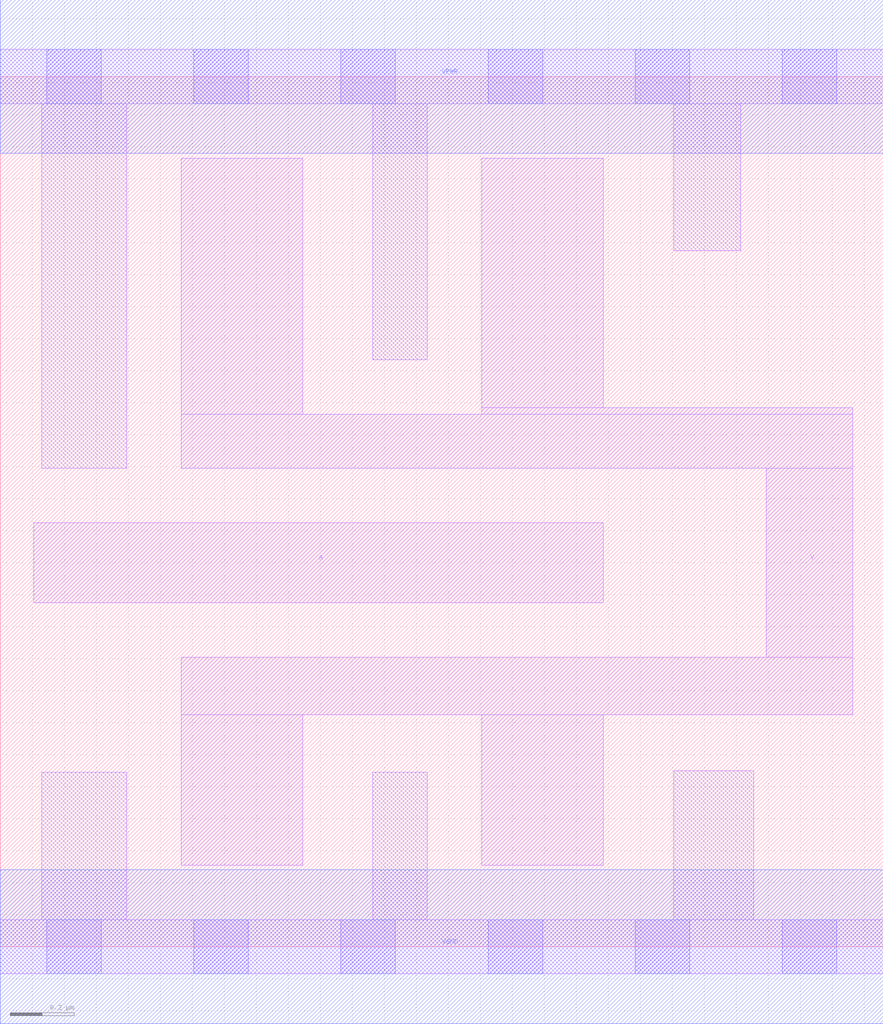
<source format=lef>
# Copyright 2020 The SkyWater PDK Authors
#
# Licensed under the Apache License, Version 2.0 (the "License");
# you may not use this file except in compliance with the License.
# You may obtain a copy of the License at
#
#     https://www.apache.org/licenses/LICENSE-2.0
#
# Unless required by applicable law or agreed to in writing, software
# distributed under the License is distributed on an "AS IS" BASIS,
# WITHOUT WARRANTIES OR CONDITIONS OF ANY KIND, either express or implied.
# See the License for the specific language governing permissions and
# limitations under the License.
#
# SPDX-License-Identifier: Apache-2.0

VERSION 5.7 ;
  NAMESCASESENSITIVE ON ;
  NOWIREEXTENSIONATPIN ON ;
  DIVIDERCHAR "/" ;
  BUSBITCHARS "[]" ;
UNITS
  DATABASE MICRONS 200 ;
END UNITS
PROPERTYDEFINITIONS
  MACRO maskLayoutSubType STRING ;
  MACRO prCellType STRING ;
  MACRO originalViewName STRING ;
END PROPERTYDEFINITIONS
MACRO sky130_fd_sc_hdll__inv_4
  CLASS CORE ;
  FOREIGN sky130_fd_sc_hdll__inv_4 ;
  ORIGIN  0.000000  0.000000 ;
  SIZE  2.760000 BY  2.720000 ;
  SYMMETRY X Y R90 ;
  SITE unithd ;
  PIN A
    ANTENNAGATEAREA  1.110000 ;
    DIRECTION INPUT ;
    USE SIGNAL ;
    PORT
      LAYER li1 ;
        RECT 0.105000 1.075000 1.885000 1.325000 ;
    END
  END A
  PIN VGND
    ANTENNADIFFAREA  0.737750 ;
    DIRECTION INOUT ;
    USE SIGNAL ;
    PORT
      LAYER met1 ;
        RECT 0.000000 -0.240000 2.760000 0.240000 ;
    END
  END VGND
  PIN VPWR
    ANTENNADIFFAREA  1.075000 ;
    DIRECTION INOUT ;
    USE SIGNAL ;
    PORT
      LAYER met1 ;
        RECT 0.000000 2.480000 2.760000 2.960000 ;
    END
  END VPWR
  PIN Y
    ANTENNADIFFAREA  0.996000 ;
    DIRECTION OUTPUT ;
    USE SIGNAL ;
    PORT
      LAYER li1 ;
        RECT 0.565000 0.255000 0.945000 0.725000 ;
        RECT 0.565000 0.725000 2.665000 0.905000 ;
        RECT 0.565000 1.495000 2.665000 1.665000 ;
        RECT 0.565000 1.665000 0.945000 2.465000 ;
        RECT 1.505000 0.255000 1.885000 0.725000 ;
        RECT 1.505000 1.665000 2.665000 1.685000 ;
        RECT 1.505000 1.685000 1.885000 2.465000 ;
        RECT 2.395000 0.905000 2.665000 1.495000 ;
    END
  END Y
  OBS
    LAYER li1 ;
      RECT 0.000000 -0.085000 2.760000 0.085000 ;
      RECT 0.000000  2.635000 2.760000 2.805000 ;
      RECT 0.130000  0.085000 0.395000 0.545000 ;
      RECT 0.130000  1.495000 0.395000 2.635000 ;
      RECT 1.165000  0.085000 1.335000 0.545000 ;
      RECT 1.165000  1.835000 1.335000 2.635000 ;
      RECT 2.105000  0.085000 2.355000 0.550000 ;
      RECT 2.105000  2.175000 2.315000 2.635000 ;
    LAYER mcon ;
      RECT 0.145000 -0.085000 0.315000 0.085000 ;
      RECT 0.145000  2.635000 0.315000 2.805000 ;
      RECT 0.605000 -0.085000 0.775000 0.085000 ;
      RECT 0.605000  2.635000 0.775000 2.805000 ;
      RECT 1.065000 -0.085000 1.235000 0.085000 ;
      RECT 1.065000  2.635000 1.235000 2.805000 ;
      RECT 1.525000 -0.085000 1.695000 0.085000 ;
      RECT 1.525000  2.635000 1.695000 2.805000 ;
      RECT 1.985000 -0.085000 2.155000 0.085000 ;
      RECT 1.985000  2.635000 2.155000 2.805000 ;
      RECT 2.445000 -0.085000 2.615000 0.085000 ;
      RECT 2.445000  2.635000 2.615000 2.805000 ;
  END
  PROPERTY maskLayoutSubType "abstract" ;
  PROPERTY prCellType "standard" ;
  PROPERTY originalViewName "layout" ;
END sky130_fd_sc_hdll__inv_4
END LIBRARY

</source>
